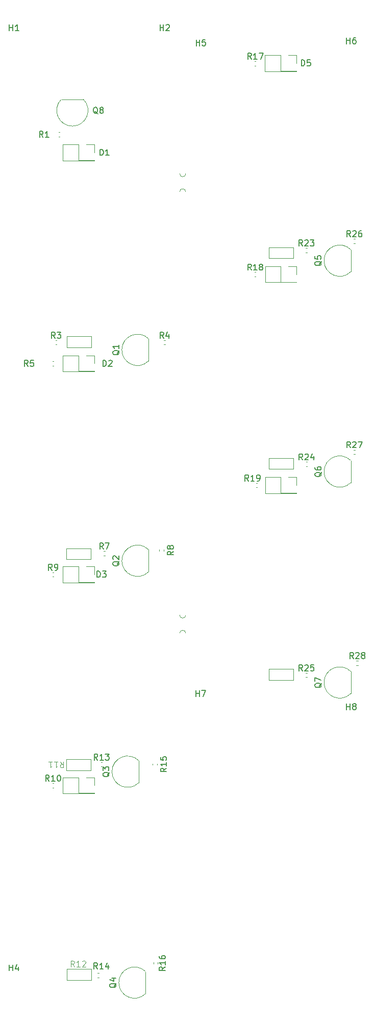
<source format=gbr>
%TF.GenerationSoftware,KiCad,Pcbnew,8.0.8*%
%TF.CreationDate,2025-03-24T10:51:23+01:00*%
%TF.ProjectId,column,636f6c75-6d6e-42e6-9b69-6361645f7063,rev?*%
%TF.SameCoordinates,Original*%
%TF.FileFunction,Legend,Top*%
%TF.FilePolarity,Positive*%
%FSLAX46Y46*%
G04 Gerber Fmt 4.6, Leading zero omitted, Abs format (unit mm)*
G04 Created by KiCad (PCBNEW 8.0.8) date 2025-03-24 10:51:23*
%MOMM*%
%LPD*%
G01*
G04 APERTURE LIST*
%ADD10C,0.150000*%
%ADD11C,0.100000*%
%ADD12C,0.120000*%
G04 APERTURE END LIST*
D10*
X51454819Y-101166666D02*
X50978628Y-101499999D01*
X51454819Y-101738094D02*
X50454819Y-101738094D01*
X50454819Y-101738094D02*
X50454819Y-101357142D01*
X50454819Y-101357142D02*
X50502438Y-101261904D01*
X50502438Y-101261904D02*
X50550057Y-101214285D01*
X50550057Y-101214285D02*
X50645295Y-101166666D01*
X50645295Y-101166666D02*
X50788152Y-101166666D01*
X50788152Y-101166666D02*
X50883390Y-101214285D01*
X50883390Y-101214285D02*
X50931009Y-101261904D01*
X50931009Y-101261904D02*
X50978628Y-101357142D01*
X50978628Y-101357142D02*
X50978628Y-101738094D01*
X50883390Y-100595237D02*
X50835771Y-100690475D01*
X50835771Y-100690475D02*
X50788152Y-100738094D01*
X50788152Y-100738094D02*
X50692914Y-100785713D01*
X50692914Y-100785713D02*
X50645295Y-100785713D01*
X50645295Y-100785713D02*
X50550057Y-100738094D01*
X50550057Y-100738094D02*
X50502438Y-100690475D01*
X50502438Y-100690475D02*
X50454819Y-100595237D01*
X50454819Y-100595237D02*
X50454819Y-100404761D01*
X50454819Y-100404761D02*
X50502438Y-100309523D01*
X50502438Y-100309523D02*
X50550057Y-100261904D01*
X50550057Y-100261904D02*
X50645295Y-100214285D01*
X50645295Y-100214285D02*
X50692914Y-100214285D01*
X50692914Y-100214285D02*
X50788152Y-100261904D01*
X50788152Y-100261904D02*
X50835771Y-100309523D01*
X50835771Y-100309523D02*
X50883390Y-100404761D01*
X50883390Y-100404761D02*
X50883390Y-100595237D01*
X50883390Y-100595237D02*
X50931009Y-100690475D01*
X50931009Y-100690475D02*
X50978628Y-100738094D01*
X50978628Y-100738094D02*
X51073866Y-100785713D01*
X51073866Y-100785713D02*
X51264342Y-100785713D01*
X51264342Y-100785713D02*
X51359580Y-100738094D01*
X51359580Y-100738094D02*
X51407200Y-100690475D01*
X51407200Y-100690475D02*
X51454819Y-100595237D01*
X51454819Y-100595237D02*
X51454819Y-100404761D01*
X51454819Y-100404761D02*
X51407200Y-100309523D01*
X51407200Y-100309523D02*
X51359580Y-100261904D01*
X51359580Y-100261904D02*
X51264342Y-100214285D01*
X51264342Y-100214285D02*
X51073866Y-100214285D01*
X51073866Y-100214285D02*
X50978628Y-100261904D01*
X50978628Y-100261904D02*
X50931009Y-100309523D01*
X50931009Y-100309523D02*
X50883390Y-100404761D01*
X76040057Y-88025238D02*
X75992438Y-88120476D01*
X75992438Y-88120476D02*
X75897200Y-88215714D01*
X75897200Y-88215714D02*
X75754342Y-88358571D01*
X75754342Y-88358571D02*
X75706723Y-88453809D01*
X75706723Y-88453809D02*
X75706723Y-88549047D01*
X75944819Y-88501428D02*
X75897200Y-88596666D01*
X75897200Y-88596666D02*
X75801961Y-88691904D01*
X75801961Y-88691904D02*
X75611485Y-88739523D01*
X75611485Y-88739523D02*
X75278152Y-88739523D01*
X75278152Y-88739523D02*
X75087676Y-88691904D01*
X75087676Y-88691904D02*
X74992438Y-88596666D01*
X74992438Y-88596666D02*
X74944819Y-88501428D01*
X74944819Y-88501428D02*
X74944819Y-88310952D01*
X74944819Y-88310952D02*
X74992438Y-88215714D01*
X74992438Y-88215714D02*
X75087676Y-88120476D01*
X75087676Y-88120476D02*
X75278152Y-88072857D01*
X75278152Y-88072857D02*
X75611485Y-88072857D01*
X75611485Y-88072857D02*
X75801961Y-88120476D01*
X75801961Y-88120476D02*
X75897200Y-88215714D01*
X75897200Y-88215714D02*
X75944819Y-88310952D01*
X75944819Y-88310952D02*
X75944819Y-88501428D01*
X74944819Y-87215714D02*
X74944819Y-87406190D01*
X74944819Y-87406190D02*
X74992438Y-87501428D01*
X74992438Y-87501428D02*
X75040057Y-87549047D01*
X75040057Y-87549047D02*
X75182914Y-87644285D01*
X75182914Y-87644285D02*
X75373390Y-87691904D01*
X75373390Y-87691904D02*
X75754342Y-87691904D01*
X75754342Y-87691904D02*
X75849580Y-87644285D01*
X75849580Y-87644285D02*
X75897200Y-87596666D01*
X75897200Y-87596666D02*
X75944819Y-87501428D01*
X75944819Y-87501428D02*
X75944819Y-87310952D01*
X75944819Y-87310952D02*
X75897200Y-87215714D01*
X75897200Y-87215714D02*
X75849580Y-87168095D01*
X75849580Y-87168095D02*
X75754342Y-87120476D01*
X75754342Y-87120476D02*
X75516247Y-87120476D01*
X75516247Y-87120476D02*
X75421009Y-87168095D01*
X75421009Y-87168095D02*
X75373390Y-87215714D01*
X75373390Y-87215714D02*
X75325771Y-87310952D01*
X75325771Y-87310952D02*
X75325771Y-87501428D01*
X75325771Y-87501428D02*
X75373390Y-87596666D01*
X75373390Y-87596666D02*
X75421009Y-87644285D01*
X75421009Y-87644285D02*
X75516247Y-87691904D01*
X76040057Y-53025238D02*
X75992438Y-53120476D01*
X75992438Y-53120476D02*
X75897200Y-53215714D01*
X75897200Y-53215714D02*
X75754342Y-53358571D01*
X75754342Y-53358571D02*
X75706723Y-53453809D01*
X75706723Y-53453809D02*
X75706723Y-53549047D01*
X75944819Y-53501428D02*
X75897200Y-53596666D01*
X75897200Y-53596666D02*
X75801961Y-53691904D01*
X75801961Y-53691904D02*
X75611485Y-53739523D01*
X75611485Y-53739523D02*
X75278152Y-53739523D01*
X75278152Y-53739523D02*
X75087676Y-53691904D01*
X75087676Y-53691904D02*
X74992438Y-53596666D01*
X74992438Y-53596666D02*
X74944819Y-53501428D01*
X74944819Y-53501428D02*
X74944819Y-53310952D01*
X74944819Y-53310952D02*
X74992438Y-53215714D01*
X74992438Y-53215714D02*
X75087676Y-53120476D01*
X75087676Y-53120476D02*
X75278152Y-53072857D01*
X75278152Y-53072857D02*
X75611485Y-53072857D01*
X75611485Y-53072857D02*
X75801961Y-53120476D01*
X75801961Y-53120476D02*
X75897200Y-53215714D01*
X75897200Y-53215714D02*
X75944819Y-53310952D01*
X75944819Y-53310952D02*
X75944819Y-53501428D01*
X74944819Y-52168095D02*
X74944819Y-52644285D01*
X74944819Y-52644285D02*
X75421009Y-52691904D01*
X75421009Y-52691904D02*
X75373390Y-52644285D01*
X75373390Y-52644285D02*
X75325771Y-52549047D01*
X75325771Y-52549047D02*
X75325771Y-52310952D01*
X75325771Y-52310952D02*
X75373390Y-52215714D01*
X75373390Y-52215714D02*
X75421009Y-52168095D01*
X75421009Y-52168095D02*
X75516247Y-52120476D01*
X75516247Y-52120476D02*
X75754342Y-52120476D01*
X75754342Y-52120476D02*
X75849580Y-52168095D01*
X75849580Y-52168095D02*
X75897200Y-52215714D01*
X75897200Y-52215714D02*
X75944819Y-52310952D01*
X75944819Y-52310952D02*
X75944819Y-52549047D01*
X75944819Y-52549047D02*
X75897200Y-52644285D01*
X75897200Y-52644285D02*
X75849580Y-52691904D01*
X24238095Y-170754819D02*
X24238095Y-169754819D01*
X24238095Y-170231009D02*
X24809523Y-170231009D01*
X24809523Y-170754819D02*
X24809523Y-169754819D01*
X25714285Y-170088152D02*
X25714285Y-170754819D01*
X25476190Y-169707200D02*
X25238095Y-170421485D01*
X25238095Y-170421485D02*
X25857142Y-170421485D01*
X42490057Y-67825238D02*
X42442438Y-67920476D01*
X42442438Y-67920476D02*
X42347200Y-68015714D01*
X42347200Y-68015714D02*
X42204342Y-68158571D01*
X42204342Y-68158571D02*
X42156723Y-68253809D01*
X42156723Y-68253809D02*
X42156723Y-68349047D01*
X42394819Y-68301428D02*
X42347200Y-68396666D01*
X42347200Y-68396666D02*
X42251961Y-68491904D01*
X42251961Y-68491904D02*
X42061485Y-68539523D01*
X42061485Y-68539523D02*
X41728152Y-68539523D01*
X41728152Y-68539523D02*
X41537676Y-68491904D01*
X41537676Y-68491904D02*
X41442438Y-68396666D01*
X41442438Y-68396666D02*
X41394819Y-68301428D01*
X41394819Y-68301428D02*
X41394819Y-68110952D01*
X41394819Y-68110952D02*
X41442438Y-68015714D01*
X41442438Y-68015714D02*
X41537676Y-67920476D01*
X41537676Y-67920476D02*
X41728152Y-67872857D01*
X41728152Y-67872857D02*
X42061485Y-67872857D01*
X42061485Y-67872857D02*
X42251961Y-67920476D01*
X42251961Y-67920476D02*
X42347200Y-68015714D01*
X42347200Y-68015714D02*
X42394819Y-68110952D01*
X42394819Y-68110952D02*
X42394819Y-68301428D01*
X42394819Y-66920476D02*
X42394819Y-67491904D01*
X42394819Y-67206190D02*
X41394819Y-67206190D01*
X41394819Y-67206190D02*
X41537676Y-67301428D01*
X41537676Y-67301428D02*
X41632914Y-67396666D01*
X41632914Y-67396666D02*
X41680533Y-67491904D01*
X76040057Y-123025238D02*
X75992438Y-123120476D01*
X75992438Y-123120476D02*
X75897200Y-123215714D01*
X75897200Y-123215714D02*
X75754342Y-123358571D01*
X75754342Y-123358571D02*
X75706723Y-123453809D01*
X75706723Y-123453809D02*
X75706723Y-123549047D01*
X75944819Y-123501428D02*
X75897200Y-123596666D01*
X75897200Y-123596666D02*
X75801961Y-123691904D01*
X75801961Y-123691904D02*
X75611485Y-123739523D01*
X75611485Y-123739523D02*
X75278152Y-123739523D01*
X75278152Y-123739523D02*
X75087676Y-123691904D01*
X75087676Y-123691904D02*
X74992438Y-123596666D01*
X74992438Y-123596666D02*
X74944819Y-123501428D01*
X74944819Y-123501428D02*
X74944819Y-123310952D01*
X74944819Y-123310952D02*
X74992438Y-123215714D01*
X74992438Y-123215714D02*
X75087676Y-123120476D01*
X75087676Y-123120476D02*
X75278152Y-123072857D01*
X75278152Y-123072857D02*
X75611485Y-123072857D01*
X75611485Y-123072857D02*
X75801961Y-123120476D01*
X75801961Y-123120476D02*
X75897200Y-123215714D01*
X75897200Y-123215714D02*
X75944819Y-123310952D01*
X75944819Y-123310952D02*
X75944819Y-123501428D01*
X74944819Y-122739523D02*
X74944819Y-122072857D01*
X74944819Y-122072857D02*
X75944819Y-122501428D01*
X64387142Y-19494819D02*
X64053809Y-19018628D01*
X63815714Y-19494819D02*
X63815714Y-18494819D01*
X63815714Y-18494819D02*
X64196666Y-18494819D01*
X64196666Y-18494819D02*
X64291904Y-18542438D01*
X64291904Y-18542438D02*
X64339523Y-18590057D01*
X64339523Y-18590057D02*
X64387142Y-18685295D01*
X64387142Y-18685295D02*
X64387142Y-18828152D01*
X64387142Y-18828152D02*
X64339523Y-18923390D01*
X64339523Y-18923390D02*
X64291904Y-18971009D01*
X64291904Y-18971009D02*
X64196666Y-19018628D01*
X64196666Y-19018628D02*
X63815714Y-19018628D01*
X65339523Y-19494819D02*
X64768095Y-19494819D01*
X65053809Y-19494819D02*
X65053809Y-18494819D01*
X65053809Y-18494819D02*
X64958571Y-18637676D01*
X64958571Y-18637676D02*
X64863333Y-18732914D01*
X64863333Y-18732914D02*
X64768095Y-18780533D01*
X65672857Y-18494819D02*
X66339523Y-18494819D01*
X66339523Y-18494819D02*
X65910952Y-19494819D01*
D11*
X35007142Y-170107419D02*
X34673809Y-169631228D01*
X34435714Y-170107419D02*
X34435714Y-169107419D01*
X34435714Y-169107419D02*
X34816666Y-169107419D01*
X34816666Y-169107419D02*
X34911904Y-169155038D01*
X34911904Y-169155038D02*
X34959523Y-169202657D01*
X34959523Y-169202657D02*
X35007142Y-169297895D01*
X35007142Y-169297895D02*
X35007142Y-169440752D01*
X35007142Y-169440752D02*
X34959523Y-169535990D01*
X34959523Y-169535990D02*
X34911904Y-169583609D01*
X34911904Y-169583609D02*
X34816666Y-169631228D01*
X34816666Y-169631228D02*
X34435714Y-169631228D01*
X35959523Y-170107419D02*
X35388095Y-170107419D01*
X35673809Y-170107419D02*
X35673809Y-169107419D01*
X35673809Y-169107419D02*
X35578571Y-169250276D01*
X35578571Y-169250276D02*
X35483333Y-169345514D01*
X35483333Y-169345514D02*
X35388095Y-169393133D01*
X36340476Y-169202657D02*
X36388095Y-169155038D01*
X36388095Y-169155038D02*
X36483333Y-169107419D01*
X36483333Y-169107419D02*
X36721428Y-169107419D01*
X36721428Y-169107419D02*
X36816666Y-169155038D01*
X36816666Y-169155038D02*
X36864285Y-169202657D01*
X36864285Y-169202657D02*
X36911904Y-169297895D01*
X36911904Y-169297895D02*
X36911904Y-169393133D01*
X36911904Y-169393133D02*
X36864285Y-169535990D01*
X36864285Y-169535990D02*
X36292857Y-170107419D01*
X36292857Y-170107419D02*
X36911904Y-170107419D01*
D10*
X55195759Y-125254819D02*
X55195759Y-124254819D01*
X55195759Y-124731009D02*
X55767187Y-124731009D01*
X55767187Y-125254819D02*
X55767187Y-124254819D01*
X56148140Y-124254819D02*
X56814806Y-124254819D01*
X56814806Y-124254819D02*
X56386235Y-125254819D01*
X81332470Y-118959819D02*
X80999137Y-118483628D01*
X80761042Y-118959819D02*
X80761042Y-117959819D01*
X80761042Y-117959819D02*
X81141994Y-117959819D01*
X81141994Y-117959819D02*
X81237232Y-118007438D01*
X81237232Y-118007438D02*
X81284851Y-118055057D01*
X81284851Y-118055057D02*
X81332470Y-118150295D01*
X81332470Y-118150295D02*
X81332470Y-118293152D01*
X81332470Y-118293152D02*
X81284851Y-118388390D01*
X81284851Y-118388390D02*
X81237232Y-118436009D01*
X81237232Y-118436009D02*
X81141994Y-118483628D01*
X81141994Y-118483628D02*
X80761042Y-118483628D01*
X81713423Y-118055057D02*
X81761042Y-118007438D01*
X81761042Y-118007438D02*
X81856280Y-117959819D01*
X81856280Y-117959819D02*
X82094375Y-117959819D01*
X82094375Y-117959819D02*
X82189613Y-118007438D01*
X82189613Y-118007438D02*
X82237232Y-118055057D01*
X82237232Y-118055057D02*
X82284851Y-118150295D01*
X82284851Y-118150295D02*
X82284851Y-118245533D01*
X82284851Y-118245533D02*
X82237232Y-118388390D01*
X82237232Y-118388390D02*
X81665804Y-118959819D01*
X81665804Y-118959819D02*
X82284851Y-118959819D01*
X82856280Y-118388390D02*
X82761042Y-118340771D01*
X82761042Y-118340771D02*
X82713423Y-118293152D01*
X82713423Y-118293152D02*
X82665804Y-118197914D01*
X82665804Y-118197914D02*
X82665804Y-118150295D01*
X82665804Y-118150295D02*
X82713423Y-118055057D01*
X82713423Y-118055057D02*
X82761042Y-118007438D01*
X82761042Y-118007438D02*
X82856280Y-117959819D01*
X82856280Y-117959819D02*
X83046756Y-117959819D01*
X83046756Y-117959819D02*
X83141994Y-118007438D01*
X83141994Y-118007438D02*
X83189613Y-118055057D01*
X83189613Y-118055057D02*
X83237232Y-118150295D01*
X83237232Y-118150295D02*
X83237232Y-118197914D01*
X83237232Y-118197914D02*
X83189613Y-118293152D01*
X83189613Y-118293152D02*
X83141994Y-118340771D01*
X83141994Y-118340771D02*
X83046756Y-118388390D01*
X83046756Y-118388390D02*
X82856280Y-118388390D01*
X82856280Y-118388390D02*
X82761042Y-118436009D01*
X82761042Y-118436009D02*
X82713423Y-118483628D01*
X82713423Y-118483628D02*
X82665804Y-118578866D01*
X82665804Y-118578866D02*
X82665804Y-118769342D01*
X82665804Y-118769342D02*
X82713423Y-118864580D01*
X82713423Y-118864580D02*
X82761042Y-118912200D01*
X82761042Y-118912200D02*
X82856280Y-118959819D01*
X82856280Y-118959819D02*
X83046756Y-118959819D01*
X83046756Y-118959819D02*
X83141994Y-118912200D01*
X83141994Y-118912200D02*
X83189613Y-118864580D01*
X83189613Y-118864580D02*
X83237232Y-118769342D01*
X83237232Y-118769342D02*
X83237232Y-118578866D01*
X83237232Y-118578866D02*
X83189613Y-118483628D01*
X83189613Y-118483628D02*
X83141994Y-118436009D01*
X83141994Y-118436009D02*
X83046756Y-118388390D01*
X80842470Y-48969819D02*
X80509137Y-48493628D01*
X80271042Y-48969819D02*
X80271042Y-47969819D01*
X80271042Y-47969819D02*
X80651994Y-47969819D01*
X80651994Y-47969819D02*
X80747232Y-48017438D01*
X80747232Y-48017438D02*
X80794851Y-48065057D01*
X80794851Y-48065057D02*
X80842470Y-48160295D01*
X80842470Y-48160295D02*
X80842470Y-48303152D01*
X80842470Y-48303152D02*
X80794851Y-48398390D01*
X80794851Y-48398390D02*
X80747232Y-48446009D01*
X80747232Y-48446009D02*
X80651994Y-48493628D01*
X80651994Y-48493628D02*
X80271042Y-48493628D01*
X81223423Y-48065057D02*
X81271042Y-48017438D01*
X81271042Y-48017438D02*
X81366280Y-47969819D01*
X81366280Y-47969819D02*
X81604375Y-47969819D01*
X81604375Y-47969819D02*
X81699613Y-48017438D01*
X81699613Y-48017438D02*
X81747232Y-48065057D01*
X81747232Y-48065057D02*
X81794851Y-48160295D01*
X81794851Y-48160295D02*
X81794851Y-48255533D01*
X81794851Y-48255533D02*
X81747232Y-48398390D01*
X81747232Y-48398390D02*
X81175804Y-48969819D01*
X81175804Y-48969819D02*
X81794851Y-48969819D01*
X82651994Y-47969819D02*
X82461518Y-47969819D01*
X82461518Y-47969819D02*
X82366280Y-48017438D01*
X82366280Y-48017438D02*
X82318661Y-48065057D01*
X82318661Y-48065057D02*
X82223423Y-48207914D01*
X82223423Y-48207914D02*
X82175804Y-48398390D01*
X82175804Y-48398390D02*
X82175804Y-48779342D01*
X82175804Y-48779342D02*
X82223423Y-48874580D01*
X82223423Y-48874580D02*
X82271042Y-48922200D01*
X82271042Y-48922200D02*
X82366280Y-48969819D01*
X82366280Y-48969819D02*
X82556756Y-48969819D01*
X82556756Y-48969819D02*
X82651994Y-48922200D01*
X82651994Y-48922200D02*
X82699613Y-48874580D01*
X82699613Y-48874580D02*
X82747232Y-48779342D01*
X82747232Y-48779342D02*
X82747232Y-48541247D01*
X82747232Y-48541247D02*
X82699613Y-48446009D01*
X82699613Y-48446009D02*
X82651994Y-48398390D01*
X82651994Y-48398390D02*
X82556756Y-48350771D01*
X82556756Y-48350771D02*
X82366280Y-48350771D01*
X82366280Y-48350771D02*
X82271042Y-48398390D01*
X82271042Y-48398390D02*
X82223423Y-48446009D01*
X82223423Y-48446009D02*
X82175804Y-48541247D01*
X38857142Y-170454819D02*
X38523809Y-169978628D01*
X38285714Y-170454819D02*
X38285714Y-169454819D01*
X38285714Y-169454819D02*
X38666666Y-169454819D01*
X38666666Y-169454819D02*
X38761904Y-169502438D01*
X38761904Y-169502438D02*
X38809523Y-169550057D01*
X38809523Y-169550057D02*
X38857142Y-169645295D01*
X38857142Y-169645295D02*
X38857142Y-169788152D01*
X38857142Y-169788152D02*
X38809523Y-169883390D01*
X38809523Y-169883390D02*
X38761904Y-169931009D01*
X38761904Y-169931009D02*
X38666666Y-169978628D01*
X38666666Y-169978628D02*
X38285714Y-169978628D01*
X39809523Y-170454819D02*
X39238095Y-170454819D01*
X39523809Y-170454819D02*
X39523809Y-169454819D01*
X39523809Y-169454819D02*
X39428571Y-169597676D01*
X39428571Y-169597676D02*
X39333333Y-169692914D01*
X39333333Y-169692914D02*
X39238095Y-169740533D01*
X40666666Y-169788152D02*
X40666666Y-170454819D01*
X40428571Y-169407200D02*
X40190476Y-170121485D01*
X40190476Y-170121485D02*
X40809523Y-170121485D01*
X80822470Y-83969819D02*
X80489137Y-83493628D01*
X80251042Y-83969819D02*
X80251042Y-82969819D01*
X80251042Y-82969819D02*
X80631994Y-82969819D01*
X80631994Y-82969819D02*
X80727232Y-83017438D01*
X80727232Y-83017438D02*
X80774851Y-83065057D01*
X80774851Y-83065057D02*
X80822470Y-83160295D01*
X80822470Y-83160295D02*
X80822470Y-83303152D01*
X80822470Y-83303152D02*
X80774851Y-83398390D01*
X80774851Y-83398390D02*
X80727232Y-83446009D01*
X80727232Y-83446009D02*
X80631994Y-83493628D01*
X80631994Y-83493628D02*
X80251042Y-83493628D01*
X81203423Y-83065057D02*
X81251042Y-83017438D01*
X81251042Y-83017438D02*
X81346280Y-82969819D01*
X81346280Y-82969819D02*
X81584375Y-82969819D01*
X81584375Y-82969819D02*
X81679613Y-83017438D01*
X81679613Y-83017438D02*
X81727232Y-83065057D01*
X81727232Y-83065057D02*
X81774851Y-83160295D01*
X81774851Y-83160295D02*
X81774851Y-83255533D01*
X81774851Y-83255533D02*
X81727232Y-83398390D01*
X81727232Y-83398390D02*
X81155804Y-83969819D01*
X81155804Y-83969819D02*
X81774851Y-83969819D01*
X82108185Y-82969819D02*
X82774851Y-82969819D01*
X82774851Y-82969819D02*
X82346280Y-83969819D01*
X27333333Y-70454819D02*
X27000000Y-69978628D01*
X26761905Y-70454819D02*
X26761905Y-69454819D01*
X26761905Y-69454819D02*
X27142857Y-69454819D01*
X27142857Y-69454819D02*
X27238095Y-69502438D01*
X27238095Y-69502438D02*
X27285714Y-69550057D01*
X27285714Y-69550057D02*
X27333333Y-69645295D01*
X27333333Y-69645295D02*
X27333333Y-69788152D01*
X27333333Y-69788152D02*
X27285714Y-69883390D01*
X27285714Y-69883390D02*
X27238095Y-69931009D01*
X27238095Y-69931009D02*
X27142857Y-69978628D01*
X27142857Y-69978628D02*
X26761905Y-69978628D01*
X28238095Y-69454819D02*
X27761905Y-69454819D01*
X27761905Y-69454819D02*
X27714286Y-69931009D01*
X27714286Y-69931009D02*
X27761905Y-69883390D01*
X27761905Y-69883390D02*
X27857143Y-69835771D01*
X27857143Y-69835771D02*
X28095238Y-69835771D01*
X28095238Y-69835771D02*
X28190476Y-69883390D01*
X28190476Y-69883390D02*
X28238095Y-69931009D01*
X28238095Y-69931009D02*
X28285714Y-70026247D01*
X28285714Y-70026247D02*
X28285714Y-70264342D01*
X28285714Y-70264342D02*
X28238095Y-70359580D01*
X28238095Y-70359580D02*
X28190476Y-70407200D01*
X28190476Y-70407200D02*
X28095238Y-70454819D01*
X28095238Y-70454819D02*
X27857143Y-70454819D01*
X27857143Y-70454819D02*
X27761905Y-70407200D01*
X27761905Y-70407200D02*
X27714286Y-70359580D01*
X38877142Y-135794819D02*
X38543809Y-135318628D01*
X38305714Y-135794819D02*
X38305714Y-134794819D01*
X38305714Y-134794819D02*
X38686666Y-134794819D01*
X38686666Y-134794819D02*
X38781904Y-134842438D01*
X38781904Y-134842438D02*
X38829523Y-134890057D01*
X38829523Y-134890057D02*
X38877142Y-134985295D01*
X38877142Y-134985295D02*
X38877142Y-135128152D01*
X38877142Y-135128152D02*
X38829523Y-135223390D01*
X38829523Y-135223390D02*
X38781904Y-135271009D01*
X38781904Y-135271009D02*
X38686666Y-135318628D01*
X38686666Y-135318628D02*
X38305714Y-135318628D01*
X39829523Y-135794819D02*
X39258095Y-135794819D01*
X39543809Y-135794819D02*
X39543809Y-134794819D01*
X39543809Y-134794819D02*
X39448571Y-134937676D01*
X39448571Y-134937676D02*
X39353333Y-135032914D01*
X39353333Y-135032914D02*
X39258095Y-135080533D01*
X40162857Y-134794819D02*
X40781904Y-134794819D01*
X40781904Y-134794819D02*
X40448571Y-135175771D01*
X40448571Y-135175771D02*
X40591428Y-135175771D01*
X40591428Y-135175771D02*
X40686666Y-135223390D01*
X40686666Y-135223390D02*
X40734285Y-135271009D01*
X40734285Y-135271009D02*
X40781904Y-135366247D01*
X40781904Y-135366247D02*
X40781904Y-135604342D01*
X40781904Y-135604342D02*
X40734285Y-135699580D01*
X40734285Y-135699580D02*
X40686666Y-135747200D01*
X40686666Y-135747200D02*
X40591428Y-135794819D01*
X40591428Y-135794819D02*
X40305714Y-135794819D01*
X40305714Y-135794819D02*
X40210476Y-135747200D01*
X40210476Y-135747200D02*
X40162857Y-135699580D01*
X41990057Y-172825238D02*
X41942438Y-172920476D01*
X41942438Y-172920476D02*
X41847200Y-173015714D01*
X41847200Y-173015714D02*
X41704342Y-173158571D01*
X41704342Y-173158571D02*
X41656723Y-173253809D01*
X41656723Y-173253809D02*
X41656723Y-173349047D01*
X41894819Y-173301428D02*
X41847200Y-173396666D01*
X41847200Y-173396666D02*
X41751961Y-173491904D01*
X41751961Y-173491904D02*
X41561485Y-173539523D01*
X41561485Y-173539523D02*
X41228152Y-173539523D01*
X41228152Y-173539523D02*
X41037676Y-173491904D01*
X41037676Y-173491904D02*
X40942438Y-173396666D01*
X40942438Y-173396666D02*
X40894819Y-173301428D01*
X40894819Y-173301428D02*
X40894819Y-173110952D01*
X40894819Y-173110952D02*
X40942438Y-173015714D01*
X40942438Y-173015714D02*
X41037676Y-172920476D01*
X41037676Y-172920476D02*
X41228152Y-172872857D01*
X41228152Y-172872857D02*
X41561485Y-172872857D01*
X41561485Y-172872857D02*
X41751961Y-172920476D01*
X41751961Y-172920476D02*
X41847200Y-173015714D01*
X41847200Y-173015714D02*
X41894819Y-173110952D01*
X41894819Y-173110952D02*
X41894819Y-173301428D01*
X41228152Y-172015714D02*
X41894819Y-172015714D01*
X40847200Y-172253809D02*
X41561485Y-172491904D01*
X41561485Y-172491904D02*
X41561485Y-171872857D01*
X72907142Y-85994819D02*
X72573809Y-85518628D01*
X72335714Y-85994819D02*
X72335714Y-84994819D01*
X72335714Y-84994819D02*
X72716666Y-84994819D01*
X72716666Y-84994819D02*
X72811904Y-85042438D01*
X72811904Y-85042438D02*
X72859523Y-85090057D01*
X72859523Y-85090057D02*
X72907142Y-85185295D01*
X72907142Y-85185295D02*
X72907142Y-85328152D01*
X72907142Y-85328152D02*
X72859523Y-85423390D01*
X72859523Y-85423390D02*
X72811904Y-85471009D01*
X72811904Y-85471009D02*
X72716666Y-85518628D01*
X72716666Y-85518628D02*
X72335714Y-85518628D01*
X73288095Y-85090057D02*
X73335714Y-85042438D01*
X73335714Y-85042438D02*
X73430952Y-84994819D01*
X73430952Y-84994819D02*
X73669047Y-84994819D01*
X73669047Y-84994819D02*
X73764285Y-85042438D01*
X73764285Y-85042438D02*
X73811904Y-85090057D01*
X73811904Y-85090057D02*
X73859523Y-85185295D01*
X73859523Y-85185295D02*
X73859523Y-85280533D01*
X73859523Y-85280533D02*
X73811904Y-85423390D01*
X73811904Y-85423390D02*
X73240476Y-85994819D01*
X73240476Y-85994819D02*
X73859523Y-85994819D01*
X74716666Y-85328152D02*
X74716666Y-85994819D01*
X74478571Y-84947200D02*
X74240476Y-85661485D01*
X74240476Y-85661485D02*
X74859523Y-85661485D01*
X80203423Y-127429819D02*
X80203423Y-126429819D01*
X80203423Y-126906009D02*
X80774851Y-126906009D01*
X80774851Y-127429819D02*
X80774851Y-126429819D01*
X81393899Y-126858390D02*
X81298661Y-126810771D01*
X81298661Y-126810771D02*
X81251042Y-126763152D01*
X81251042Y-126763152D02*
X81203423Y-126667914D01*
X81203423Y-126667914D02*
X81203423Y-126620295D01*
X81203423Y-126620295D02*
X81251042Y-126525057D01*
X81251042Y-126525057D02*
X81298661Y-126477438D01*
X81298661Y-126477438D02*
X81393899Y-126429819D01*
X81393899Y-126429819D02*
X81584375Y-126429819D01*
X81584375Y-126429819D02*
X81679613Y-126477438D01*
X81679613Y-126477438D02*
X81727232Y-126525057D01*
X81727232Y-126525057D02*
X81774851Y-126620295D01*
X81774851Y-126620295D02*
X81774851Y-126667914D01*
X81774851Y-126667914D02*
X81727232Y-126763152D01*
X81727232Y-126763152D02*
X81679613Y-126810771D01*
X81679613Y-126810771D02*
X81584375Y-126858390D01*
X81584375Y-126858390D02*
X81393899Y-126858390D01*
X81393899Y-126858390D02*
X81298661Y-126906009D01*
X81298661Y-126906009D02*
X81251042Y-126953628D01*
X81251042Y-126953628D02*
X81203423Y-127048866D01*
X81203423Y-127048866D02*
X81203423Y-127239342D01*
X81203423Y-127239342D02*
X81251042Y-127334580D01*
X81251042Y-127334580D02*
X81298661Y-127382200D01*
X81298661Y-127382200D02*
X81393899Y-127429819D01*
X81393899Y-127429819D02*
X81584375Y-127429819D01*
X81584375Y-127429819D02*
X81679613Y-127382200D01*
X81679613Y-127382200D02*
X81727232Y-127334580D01*
X81727232Y-127334580D02*
X81774851Y-127239342D01*
X81774851Y-127239342D02*
X81774851Y-127048866D01*
X81774851Y-127048866D02*
X81727232Y-126953628D01*
X81727232Y-126953628D02*
X81679613Y-126906009D01*
X81679613Y-126906009D02*
X81584375Y-126858390D01*
X31333333Y-104294819D02*
X31000000Y-103818628D01*
X30761905Y-104294819D02*
X30761905Y-103294819D01*
X30761905Y-103294819D02*
X31142857Y-103294819D01*
X31142857Y-103294819D02*
X31238095Y-103342438D01*
X31238095Y-103342438D02*
X31285714Y-103390057D01*
X31285714Y-103390057D02*
X31333333Y-103485295D01*
X31333333Y-103485295D02*
X31333333Y-103628152D01*
X31333333Y-103628152D02*
X31285714Y-103723390D01*
X31285714Y-103723390D02*
X31238095Y-103771009D01*
X31238095Y-103771009D02*
X31142857Y-103818628D01*
X31142857Y-103818628D02*
X30761905Y-103818628D01*
X31809524Y-104294819D02*
X32000000Y-104294819D01*
X32000000Y-104294819D02*
X32095238Y-104247200D01*
X32095238Y-104247200D02*
X32142857Y-104199580D01*
X32142857Y-104199580D02*
X32238095Y-104056723D01*
X32238095Y-104056723D02*
X32285714Y-103866247D01*
X32285714Y-103866247D02*
X32285714Y-103485295D01*
X32285714Y-103485295D02*
X32238095Y-103390057D01*
X32238095Y-103390057D02*
X32190476Y-103342438D01*
X32190476Y-103342438D02*
X32095238Y-103294819D01*
X32095238Y-103294819D02*
X31904762Y-103294819D01*
X31904762Y-103294819D02*
X31809524Y-103342438D01*
X31809524Y-103342438D02*
X31761905Y-103390057D01*
X31761905Y-103390057D02*
X31714286Y-103485295D01*
X31714286Y-103485295D02*
X31714286Y-103723390D01*
X31714286Y-103723390D02*
X31761905Y-103818628D01*
X31761905Y-103818628D02*
X31809524Y-103866247D01*
X31809524Y-103866247D02*
X31904762Y-103913866D01*
X31904762Y-103913866D02*
X32095238Y-103913866D01*
X32095238Y-103913866D02*
X32190476Y-103866247D01*
X32190476Y-103866247D02*
X32238095Y-103818628D01*
X32238095Y-103818628D02*
X32285714Y-103723390D01*
X49238095Y-14754819D02*
X49238095Y-13754819D01*
X49238095Y-14231009D02*
X49809523Y-14231009D01*
X49809523Y-14754819D02*
X49809523Y-13754819D01*
X50238095Y-13850057D02*
X50285714Y-13802438D01*
X50285714Y-13802438D02*
X50380952Y-13754819D01*
X50380952Y-13754819D02*
X50619047Y-13754819D01*
X50619047Y-13754819D02*
X50714285Y-13802438D01*
X50714285Y-13802438D02*
X50761904Y-13850057D01*
X50761904Y-13850057D02*
X50809523Y-13945295D01*
X50809523Y-13945295D02*
X50809523Y-14040533D01*
X50809523Y-14040533D02*
X50761904Y-14183390D01*
X50761904Y-14183390D02*
X50190476Y-14754819D01*
X50190476Y-14754819D02*
X50809523Y-14754819D01*
X38904761Y-28550057D02*
X38809523Y-28502438D01*
X38809523Y-28502438D02*
X38714285Y-28407200D01*
X38714285Y-28407200D02*
X38571428Y-28264342D01*
X38571428Y-28264342D02*
X38476190Y-28216723D01*
X38476190Y-28216723D02*
X38380952Y-28216723D01*
X38428571Y-28454819D02*
X38333333Y-28407200D01*
X38333333Y-28407200D02*
X38238095Y-28311961D01*
X38238095Y-28311961D02*
X38190476Y-28121485D01*
X38190476Y-28121485D02*
X38190476Y-27788152D01*
X38190476Y-27788152D02*
X38238095Y-27597676D01*
X38238095Y-27597676D02*
X38333333Y-27502438D01*
X38333333Y-27502438D02*
X38428571Y-27454819D01*
X38428571Y-27454819D02*
X38619047Y-27454819D01*
X38619047Y-27454819D02*
X38714285Y-27502438D01*
X38714285Y-27502438D02*
X38809523Y-27597676D01*
X38809523Y-27597676D02*
X38857142Y-27788152D01*
X38857142Y-27788152D02*
X38857142Y-28121485D01*
X38857142Y-28121485D02*
X38809523Y-28311961D01*
X38809523Y-28311961D02*
X38714285Y-28407200D01*
X38714285Y-28407200D02*
X38619047Y-28454819D01*
X38619047Y-28454819D02*
X38428571Y-28454819D01*
X39428571Y-27883390D02*
X39333333Y-27835771D01*
X39333333Y-27835771D02*
X39285714Y-27788152D01*
X39285714Y-27788152D02*
X39238095Y-27692914D01*
X39238095Y-27692914D02*
X39238095Y-27645295D01*
X39238095Y-27645295D02*
X39285714Y-27550057D01*
X39285714Y-27550057D02*
X39333333Y-27502438D01*
X39333333Y-27502438D02*
X39428571Y-27454819D01*
X39428571Y-27454819D02*
X39619047Y-27454819D01*
X39619047Y-27454819D02*
X39714285Y-27502438D01*
X39714285Y-27502438D02*
X39761904Y-27550057D01*
X39761904Y-27550057D02*
X39809523Y-27645295D01*
X39809523Y-27645295D02*
X39809523Y-27692914D01*
X39809523Y-27692914D02*
X39761904Y-27788152D01*
X39761904Y-27788152D02*
X39714285Y-27835771D01*
X39714285Y-27835771D02*
X39619047Y-27883390D01*
X39619047Y-27883390D02*
X39428571Y-27883390D01*
X39428571Y-27883390D02*
X39333333Y-27931009D01*
X39333333Y-27931009D02*
X39285714Y-27978628D01*
X39285714Y-27978628D02*
X39238095Y-28073866D01*
X39238095Y-28073866D02*
X39238095Y-28264342D01*
X39238095Y-28264342D02*
X39285714Y-28359580D01*
X39285714Y-28359580D02*
X39333333Y-28407200D01*
X39333333Y-28407200D02*
X39428571Y-28454819D01*
X39428571Y-28454819D02*
X39619047Y-28454819D01*
X39619047Y-28454819D02*
X39714285Y-28407200D01*
X39714285Y-28407200D02*
X39761904Y-28359580D01*
X39761904Y-28359580D02*
X39809523Y-28264342D01*
X39809523Y-28264342D02*
X39809523Y-28073866D01*
X39809523Y-28073866D02*
X39761904Y-27978628D01*
X39761904Y-27978628D02*
X39714285Y-27931009D01*
X39714285Y-27931009D02*
X39619047Y-27883390D01*
X40850057Y-137825238D02*
X40802438Y-137920476D01*
X40802438Y-137920476D02*
X40707200Y-138015714D01*
X40707200Y-138015714D02*
X40564342Y-138158571D01*
X40564342Y-138158571D02*
X40516723Y-138253809D01*
X40516723Y-138253809D02*
X40516723Y-138349047D01*
X40754819Y-138301428D02*
X40707200Y-138396666D01*
X40707200Y-138396666D02*
X40611961Y-138491904D01*
X40611961Y-138491904D02*
X40421485Y-138539523D01*
X40421485Y-138539523D02*
X40088152Y-138539523D01*
X40088152Y-138539523D02*
X39897676Y-138491904D01*
X39897676Y-138491904D02*
X39802438Y-138396666D01*
X39802438Y-138396666D02*
X39754819Y-138301428D01*
X39754819Y-138301428D02*
X39754819Y-138110952D01*
X39754819Y-138110952D02*
X39802438Y-138015714D01*
X39802438Y-138015714D02*
X39897676Y-137920476D01*
X39897676Y-137920476D02*
X40088152Y-137872857D01*
X40088152Y-137872857D02*
X40421485Y-137872857D01*
X40421485Y-137872857D02*
X40611961Y-137920476D01*
X40611961Y-137920476D02*
X40707200Y-138015714D01*
X40707200Y-138015714D02*
X40754819Y-138110952D01*
X40754819Y-138110952D02*
X40754819Y-138301428D01*
X39754819Y-137539523D02*
X39754819Y-136920476D01*
X39754819Y-136920476D02*
X40135771Y-137253809D01*
X40135771Y-137253809D02*
X40135771Y-137110952D01*
X40135771Y-137110952D02*
X40183390Y-137015714D01*
X40183390Y-137015714D02*
X40231009Y-136968095D01*
X40231009Y-136968095D02*
X40326247Y-136920476D01*
X40326247Y-136920476D02*
X40564342Y-136920476D01*
X40564342Y-136920476D02*
X40659580Y-136968095D01*
X40659580Y-136968095D02*
X40707200Y-137015714D01*
X40707200Y-137015714D02*
X40754819Y-137110952D01*
X40754819Y-137110952D02*
X40754819Y-137396666D01*
X40754819Y-137396666D02*
X40707200Y-137491904D01*
X40707200Y-137491904D02*
X40659580Y-137539523D01*
X30837142Y-139294819D02*
X30503809Y-138818628D01*
X30265714Y-139294819D02*
X30265714Y-138294819D01*
X30265714Y-138294819D02*
X30646666Y-138294819D01*
X30646666Y-138294819D02*
X30741904Y-138342438D01*
X30741904Y-138342438D02*
X30789523Y-138390057D01*
X30789523Y-138390057D02*
X30837142Y-138485295D01*
X30837142Y-138485295D02*
X30837142Y-138628152D01*
X30837142Y-138628152D02*
X30789523Y-138723390D01*
X30789523Y-138723390D02*
X30741904Y-138771009D01*
X30741904Y-138771009D02*
X30646666Y-138818628D01*
X30646666Y-138818628D02*
X30265714Y-138818628D01*
X31789523Y-139294819D02*
X31218095Y-139294819D01*
X31503809Y-139294819D02*
X31503809Y-138294819D01*
X31503809Y-138294819D02*
X31408571Y-138437676D01*
X31408571Y-138437676D02*
X31313333Y-138532914D01*
X31313333Y-138532914D02*
X31218095Y-138580533D01*
X32408571Y-138294819D02*
X32503809Y-138294819D01*
X32503809Y-138294819D02*
X32599047Y-138342438D01*
X32599047Y-138342438D02*
X32646666Y-138390057D01*
X32646666Y-138390057D02*
X32694285Y-138485295D01*
X32694285Y-138485295D02*
X32741904Y-138675771D01*
X32741904Y-138675771D02*
X32741904Y-138913866D01*
X32741904Y-138913866D02*
X32694285Y-139104342D01*
X32694285Y-139104342D02*
X32646666Y-139199580D01*
X32646666Y-139199580D02*
X32599047Y-139247200D01*
X32599047Y-139247200D02*
X32503809Y-139294819D01*
X32503809Y-139294819D02*
X32408571Y-139294819D01*
X32408571Y-139294819D02*
X32313333Y-139247200D01*
X32313333Y-139247200D02*
X32265714Y-139199580D01*
X32265714Y-139199580D02*
X32218095Y-139104342D01*
X32218095Y-139104342D02*
X32170476Y-138913866D01*
X32170476Y-138913866D02*
X32170476Y-138675771D01*
X32170476Y-138675771D02*
X32218095Y-138485295D01*
X32218095Y-138485295D02*
X32265714Y-138390057D01*
X32265714Y-138390057D02*
X32313333Y-138342438D01*
X32313333Y-138342438D02*
X32408571Y-138294819D01*
X39761905Y-70454819D02*
X39761905Y-69454819D01*
X39761905Y-69454819D02*
X40000000Y-69454819D01*
X40000000Y-69454819D02*
X40142857Y-69502438D01*
X40142857Y-69502438D02*
X40238095Y-69597676D01*
X40238095Y-69597676D02*
X40285714Y-69692914D01*
X40285714Y-69692914D02*
X40333333Y-69883390D01*
X40333333Y-69883390D02*
X40333333Y-70026247D01*
X40333333Y-70026247D02*
X40285714Y-70216723D01*
X40285714Y-70216723D02*
X40238095Y-70311961D01*
X40238095Y-70311961D02*
X40142857Y-70407200D01*
X40142857Y-70407200D02*
X40000000Y-70454819D01*
X40000000Y-70454819D02*
X39761905Y-70454819D01*
X40714286Y-69550057D02*
X40761905Y-69502438D01*
X40761905Y-69502438D02*
X40857143Y-69454819D01*
X40857143Y-69454819D02*
X41095238Y-69454819D01*
X41095238Y-69454819D02*
X41190476Y-69502438D01*
X41190476Y-69502438D02*
X41238095Y-69550057D01*
X41238095Y-69550057D02*
X41285714Y-69645295D01*
X41285714Y-69645295D02*
X41285714Y-69740533D01*
X41285714Y-69740533D02*
X41238095Y-69883390D01*
X41238095Y-69883390D02*
X40666667Y-70454819D01*
X40666667Y-70454819D02*
X41285714Y-70454819D01*
X39261905Y-35454819D02*
X39261905Y-34454819D01*
X39261905Y-34454819D02*
X39500000Y-34454819D01*
X39500000Y-34454819D02*
X39642857Y-34502438D01*
X39642857Y-34502438D02*
X39738095Y-34597676D01*
X39738095Y-34597676D02*
X39785714Y-34692914D01*
X39785714Y-34692914D02*
X39833333Y-34883390D01*
X39833333Y-34883390D02*
X39833333Y-35026247D01*
X39833333Y-35026247D02*
X39785714Y-35216723D01*
X39785714Y-35216723D02*
X39738095Y-35311961D01*
X39738095Y-35311961D02*
X39642857Y-35407200D01*
X39642857Y-35407200D02*
X39500000Y-35454819D01*
X39500000Y-35454819D02*
X39261905Y-35454819D01*
X40785714Y-35454819D02*
X40214286Y-35454819D01*
X40500000Y-35454819D02*
X40500000Y-34454819D01*
X40500000Y-34454819D02*
X40404762Y-34597676D01*
X40404762Y-34597676D02*
X40309524Y-34692914D01*
X40309524Y-34692914D02*
X40214286Y-34740533D01*
X63927142Y-89494819D02*
X63593809Y-89018628D01*
X63355714Y-89494819D02*
X63355714Y-88494819D01*
X63355714Y-88494819D02*
X63736666Y-88494819D01*
X63736666Y-88494819D02*
X63831904Y-88542438D01*
X63831904Y-88542438D02*
X63879523Y-88590057D01*
X63879523Y-88590057D02*
X63927142Y-88685295D01*
X63927142Y-88685295D02*
X63927142Y-88828152D01*
X63927142Y-88828152D02*
X63879523Y-88923390D01*
X63879523Y-88923390D02*
X63831904Y-88971009D01*
X63831904Y-88971009D02*
X63736666Y-89018628D01*
X63736666Y-89018628D02*
X63355714Y-89018628D01*
X64879523Y-89494819D02*
X64308095Y-89494819D01*
X64593809Y-89494819D02*
X64593809Y-88494819D01*
X64593809Y-88494819D02*
X64498571Y-88637676D01*
X64498571Y-88637676D02*
X64403333Y-88732914D01*
X64403333Y-88732914D02*
X64308095Y-88780533D01*
X65355714Y-89494819D02*
X65546190Y-89494819D01*
X65546190Y-89494819D02*
X65641428Y-89447200D01*
X65641428Y-89447200D02*
X65689047Y-89399580D01*
X65689047Y-89399580D02*
X65784285Y-89256723D01*
X65784285Y-89256723D02*
X65831904Y-89066247D01*
X65831904Y-89066247D02*
X65831904Y-88685295D01*
X65831904Y-88685295D02*
X65784285Y-88590057D01*
X65784285Y-88590057D02*
X65736666Y-88542438D01*
X65736666Y-88542438D02*
X65641428Y-88494819D01*
X65641428Y-88494819D02*
X65450952Y-88494819D01*
X65450952Y-88494819D02*
X65355714Y-88542438D01*
X65355714Y-88542438D02*
X65308095Y-88590057D01*
X65308095Y-88590057D02*
X65260476Y-88685295D01*
X65260476Y-88685295D02*
X65260476Y-88923390D01*
X65260476Y-88923390D02*
X65308095Y-89018628D01*
X65308095Y-89018628D02*
X65355714Y-89066247D01*
X65355714Y-89066247D02*
X65450952Y-89113866D01*
X65450952Y-89113866D02*
X65641428Y-89113866D01*
X65641428Y-89113866D02*
X65736666Y-89066247D01*
X65736666Y-89066247D02*
X65784285Y-89018628D01*
X65784285Y-89018628D02*
X65831904Y-88923390D01*
X29833333Y-32454819D02*
X29500000Y-31978628D01*
X29261905Y-32454819D02*
X29261905Y-31454819D01*
X29261905Y-31454819D02*
X29642857Y-31454819D01*
X29642857Y-31454819D02*
X29738095Y-31502438D01*
X29738095Y-31502438D02*
X29785714Y-31550057D01*
X29785714Y-31550057D02*
X29833333Y-31645295D01*
X29833333Y-31645295D02*
X29833333Y-31788152D01*
X29833333Y-31788152D02*
X29785714Y-31883390D01*
X29785714Y-31883390D02*
X29738095Y-31931009D01*
X29738095Y-31931009D02*
X29642857Y-31978628D01*
X29642857Y-31978628D02*
X29261905Y-31978628D01*
X30785714Y-32454819D02*
X30214286Y-32454819D01*
X30500000Y-32454819D02*
X30500000Y-31454819D01*
X30500000Y-31454819D02*
X30404762Y-31597676D01*
X30404762Y-31597676D02*
X30309524Y-31692914D01*
X30309524Y-31692914D02*
X30214286Y-31740533D01*
X72684897Y-20604819D02*
X72684897Y-19604819D01*
X72684897Y-19604819D02*
X72922992Y-19604819D01*
X72922992Y-19604819D02*
X73065849Y-19652438D01*
X73065849Y-19652438D02*
X73161087Y-19747676D01*
X73161087Y-19747676D02*
X73208706Y-19842914D01*
X73208706Y-19842914D02*
X73256325Y-20033390D01*
X73256325Y-20033390D02*
X73256325Y-20176247D01*
X73256325Y-20176247D02*
X73208706Y-20366723D01*
X73208706Y-20366723D02*
X73161087Y-20461961D01*
X73161087Y-20461961D02*
X73065849Y-20557200D01*
X73065849Y-20557200D02*
X72922992Y-20604819D01*
X72922992Y-20604819D02*
X72684897Y-20604819D01*
X74161087Y-19604819D02*
X73684897Y-19604819D01*
X73684897Y-19604819D02*
X73637278Y-20081009D01*
X73637278Y-20081009D02*
X73684897Y-20033390D01*
X73684897Y-20033390D02*
X73780135Y-19985771D01*
X73780135Y-19985771D02*
X74018230Y-19985771D01*
X74018230Y-19985771D02*
X74113468Y-20033390D01*
X74113468Y-20033390D02*
X74161087Y-20081009D01*
X74161087Y-20081009D02*
X74208706Y-20176247D01*
X74208706Y-20176247D02*
X74208706Y-20414342D01*
X74208706Y-20414342D02*
X74161087Y-20509580D01*
X74161087Y-20509580D02*
X74113468Y-20557200D01*
X74113468Y-20557200D02*
X74018230Y-20604819D01*
X74018230Y-20604819D02*
X73780135Y-20604819D01*
X73780135Y-20604819D02*
X73684897Y-20557200D01*
X73684897Y-20557200D02*
X73637278Y-20509580D01*
X72887142Y-120994819D02*
X72553809Y-120518628D01*
X72315714Y-120994819D02*
X72315714Y-119994819D01*
X72315714Y-119994819D02*
X72696666Y-119994819D01*
X72696666Y-119994819D02*
X72791904Y-120042438D01*
X72791904Y-120042438D02*
X72839523Y-120090057D01*
X72839523Y-120090057D02*
X72887142Y-120185295D01*
X72887142Y-120185295D02*
X72887142Y-120328152D01*
X72887142Y-120328152D02*
X72839523Y-120423390D01*
X72839523Y-120423390D02*
X72791904Y-120471009D01*
X72791904Y-120471009D02*
X72696666Y-120518628D01*
X72696666Y-120518628D02*
X72315714Y-120518628D01*
X73268095Y-120090057D02*
X73315714Y-120042438D01*
X73315714Y-120042438D02*
X73410952Y-119994819D01*
X73410952Y-119994819D02*
X73649047Y-119994819D01*
X73649047Y-119994819D02*
X73744285Y-120042438D01*
X73744285Y-120042438D02*
X73791904Y-120090057D01*
X73791904Y-120090057D02*
X73839523Y-120185295D01*
X73839523Y-120185295D02*
X73839523Y-120280533D01*
X73839523Y-120280533D02*
X73791904Y-120423390D01*
X73791904Y-120423390D02*
X73220476Y-120994819D01*
X73220476Y-120994819D02*
X73839523Y-120994819D01*
X74744285Y-119994819D02*
X74268095Y-119994819D01*
X74268095Y-119994819D02*
X74220476Y-120471009D01*
X74220476Y-120471009D02*
X74268095Y-120423390D01*
X74268095Y-120423390D02*
X74363333Y-120375771D01*
X74363333Y-120375771D02*
X74601428Y-120375771D01*
X74601428Y-120375771D02*
X74696666Y-120423390D01*
X74696666Y-120423390D02*
X74744285Y-120471009D01*
X74744285Y-120471009D02*
X74791904Y-120566247D01*
X74791904Y-120566247D02*
X74791904Y-120804342D01*
X74791904Y-120804342D02*
X74744285Y-120899580D01*
X74744285Y-120899580D02*
X74696666Y-120947200D01*
X74696666Y-120947200D02*
X74601428Y-120994819D01*
X74601428Y-120994819D02*
X74363333Y-120994819D01*
X74363333Y-120994819D02*
X74268095Y-120947200D01*
X74268095Y-120947200D02*
X74220476Y-120899580D01*
D11*
X32642857Y-136042580D02*
X32976190Y-136518771D01*
X33214285Y-136042580D02*
X33214285Y-137042580D01*
X33214285Y-137042580D02*
X32833333Y-137042580D01*
X32833333Y-137042580D02*
X32738095Y-136994961D01*
X32738095Y-136994961D02*
X32690476Y-136947342D01*
X32690476Y-136947342D02*
X32642857Y-136852104D01*
X32642857Y-136852104D02*
X32642857Y-136709247D01*
X32642857Y-136709247D02*
X32690476Y-136614009D01*
X32690476Y-136614009D02*
X32738095Y-136566390D01*
X32738095Y-136566390D02*
X32833333Y-136518771D01*
X32833333Y-136518771D02*
X33214285Y-136518771D01*
X31690476Y-136042580D02*
X32261904Y-136042580D01*
X31976190Y-136042580D02*
X31976190Y-137042580D01*
X31976190Y-137042580D02*
X32071428Y-136899723D01*
X32071428Y-136899723D02*
X32166666Y-136804485D01*
X32166666Y-136804485D02*
X32261904Y-136756866D01*
X30738095Y-136042580D02*
X31309523Y-136042580D01*
X31023809Y-136042580D02*
X31023809Y-137042580D01*
X31023809Y-137042580D02*
X31119047Y-136899723D01*
X31119047Y-136899723D02*
X31214285Y-136804485D01*
X31214285Y-136804485D02*
X31309523Y-136756866D01*
D10*
X64387142Y-54494819D02*
X64053809Y-54018628D01*
X63815714Y-54494819D02*
X63815714Y-53494819D01*
X63815714Y-53494819D02*
X64196666Y-53494819D01*
X64196666Y-53494819D02*
X64291904Y-53542438D01*
X64291904Y-53542438D02*
X64339523Y-53590057D01*
X64339523Y-53590057D02*
X64387142Y-53685295D01*
X64387142Y-53685295D02*
X64387142Y-53828152D01*
X64387142Y-53828152D02*
X64339523Y-53923390D01*
X64339523Y-53923390D02*
X64291904Y-53971009D01*
X64291904Y-53971009D02*
X64196666Y-54018628D01*
X64196666Y-54018628D02*
X63815714Y-54018628D01*
X65339523Y-54494819D02*
X64768095Y-54494819D01*
X65053809Y-54494819D02*
X65053809Y-53494819D01*
X65053809Y-53494819D02*
X64958571Y-53637676D01*
X64958571Y-53637676D02*
X64863333Y-53732914D01*
X64863333Y-53732914D02*
X64768095Y-53780533D01*
X65910952Y-53923390D02*
X65815714Y-53875771D01*
X65815714Y-53875771D02*
X65768095Y-53828152D01*
X65768095Y-53828152D02*
X65720476Y-53732914D01*
X65720476Y-53732914D02*
X65720476Y-53685295D01*
X65720476Y-53685295D02*
X65768095Y-53590057D01*
X65768095Y-53590057D02*
X65815714Y-53542438D01*
X65815714Y-53542438D02*
X65910952Y-53494819D01*
X65910952Y-53494819D02*
X66101428Y-53494819D01*
X66101428Y-53494819D02*
X66196666Y-53542438D01*
X66196666Y-53542438D02*
X66244285Y-53590057D01*
X66244285Y-53590057D02*
X66291904Y-53685295D01*
X66291904Y-53685295D02*
X66291904Y-53732914D01*
X66291904Y-53732914D02*
X66244285Y-53828152D01*
X66244285Y-53828152D02*
X66196666Y-53875771D01*
X66196666Y-53875771D02*
X66101428Y-53923390D01*
X66101428Y-53923390D02*
X65910952Y-53923390D01*
X65910952Y-53923390D02*
X65815714Y-53971009D01*
X65815714Y-53971009D02*
X65768095Y-54018628D01*
X65768095Y-54018628D02*
X65720476Y-54113866D01*
X65720476Y-54113866D02*
X65720476Y-54304342D01*
X65720476Y-54304342D02*
X65768095Y-54399580D01*
X65768095Y-54399580D02*
X65815714Y-54447200D01*
X65815714Y-54447200D02*
X65910952Y-54494819D01*
X65910952Y-54494819D02*
X66101428Y-54494819D01*
X66101428Y-54494819D02*
X66196666Y-54447200D01*
X66196666Y-54447200D02*
X66244285Y-54399580D01*
X66244285Y-54399580D02*
X66291904Y-54304342D01*
X66291904Y-54304342D02*
X66291904Y-54113866D01*
X66291904Y-54113866D02*
X66244285Y-54018628D01*
X66244285Y-54018628D02*
X66196666Y-53971009D01*
X66196666Y-53971009D02*
X66101428Y-53923390D01*
X31833333Y-65794819D02*
X31500000Y-65318628D01*
X31261905Y-65794819D02*
X31261905Y-64794819D01*
X31261905Y-64794819D02*
X31642857Y-64794819D01*
X31642857Y-64794819D02*
X31738095Y-64842438D01*
X31738095Y-64842438D02*
X31785714Y-64890057D01*
X31785714Y-64890057D02*
X31833333Y-64985295D01*
X31833333Y-64985295D02*
X31833333Y-65128152D01*
X31833333Y-65128152D02*
X31785714Y-65223390D01*
X31785714Y-65223390D02*
X31738095Y-65271009D01*
X31738095Y-65271009D02*
X31642857Y-65318628D01*
X31642857Y-65318628D02*
X31261905Y-65318628D01*
X32166667Y-64794819D02*
X32785714Y-64794819D01*
X32785714Y-64794819D02*
X32452381Y-65175771D01*
X32452381Y-65175771D02*
X32595238Y-65175771D01*
X32595238Y-65175771D02*
X32690476Y-65223390D01*
X32690476Y-65223390D02*
X32738095Y-65271009D01*
X32738095Y-65271009D02*
X32785714Y-65366247D01*
X32785714Y-65366247D02*
X32785714Y-65604342D01*
X32785714Y-65604342D02*
X32738095Y-65699580D01*
X32738095Y-65699580D02*
X32690476Y-65747200D01*
X32690476Y-65747200D02*
X32595238Y-65794819D01*
X32595238Y-65794819D02*
X32309524Y-65794819D01*
X32309524Y-65794819D02*
X32214286Y-65747200D01*
X32214286Y-65747200D02*
X32166667Y-65699580D01*
X42490057Y-102825238D02*
X42442438Y-102920476D01*
X42442438Y-102920476D02*
X42347200Y-103015714D01*
X42347200Y-103015714D02*
X42204342Y-103158571D01*
X42204342Y-103158571D02*
X42156723Y-103253809D01*
X42156723Y-103253809D02*
X42156723Y-103349047D01*
X42394819Y-103301428D02*
X42347200Y-103396666D01*
X42347200Y-103396666D02*
X42251961Y-103491904D01*
X42251961Y-103491904D02*
X42061485Y-103539523D01*
X42061485Y-103539523D02*
X41728152Y-103539523D01*
X41728152Y-103539523D02*
X41537676Y-103491904D01*
X41537676Y-103491904D02*
X41442438Y-103396666D01*
X41442438Y-103396666D02*
X41394819Y-103301428D01*
X41394819Y-103301428D02*
X41394819Y-103110952D01*
X41394819Y-103110952D02*
X41442438Y-103015714D01*
X41442438Y-103015714D02*
X41537676Y-102920476D01*
X41537676Y-102920476D02*
X41728152Y-102872857D01*
X41728152Y-102872857D02*
X42061485Y-102872857D01*
X42061485Y-102872857D02*
X42251961Y-102920476D01*
X42251961Y-102920476D02*
X42347200Y-103015714D01*
X42347200Y-103015714D02*
X42394819Y-103110952D01*
X42394819Y-103110952D02*
X42394819Y-103301428D01*
X41490057Y-102491904D02*
X41442438Y-102444285D01*
X41442438Y-102444285D02*
X41394819Y-102349047D01*
X41394819Y-102349047D02*
X41394819Y-102110952D01*
X41394819Y-102110952D02*
X41442438Y-102015714D01*
X41442438Y-102015714D02*
X41490057Y-101968095D01*
X41490057Y-101968095D02*
X41585295Y-101920476D01*
X41585295Y-101920476D02*
X41680533Y-101920476D01*
X41680533Y-101920476D02*
X41823390Y-101968095D01*
X41823390Y-101968095D02*
X42394819Y-102539523D01*
X42394819Y-102539523D02*
X42394819Y-101920476D01*
X50314819Y-137142857D02*
X49838628Y-137476190D01*
X50314819Y-137714285D02*
X49314819Y-137714285D01*
X49314819Y-137714285D02*
X49314819Y-137333333D01*
X49314819Y-137333333D02*
X49362438Y-137238095D01*
X49362438Y-137238095D02*
X49410057Y-137190476D01*
X49410057Y-137190476D02*
X49505295Y-137142857D01*
X49505295Y-137142857D02*
X49648152Y-137142857D01*
X49648152Y-137142857D02*
X49743390Y-137190476D01*
X49743390Y-137190476D02*
X49791009Y-137238095D01*
X49791009Y-137238095D02*
X49838628Y-137333333D01*
X49838628Y-137333333D02*
X49838628Y-137714285D01*
X50314819Y-136190476D02*
X50314819Y-136761904D01*
X50314819Y-136476190D02*
X49314819Y-136476190D01*
X49314819Y-136476190D02*
X49457676Y-136571428D01*
X49457676Y-136571428D02*
X49552914Y-136666666D01*
X49552914Y-136666666D02*
X49600533Y-136761904D01*
X49314819Y-135285714D02*
X49314819Y-135761904D01*
X49314819Y-135761904D02*
X49791009Y-135809523D01*
X49791009Y-135809523D02*
X49743390Y-135761904D01*
X49743390Y-135761904D02*
X49695771Y-135666666D01*
X49695771Y-135666666D02*
X49695771Y-135428571D01*
X49695771Y-135428571D02*
X49743390Y-135333333D01*
X49743390Y-135333333D02*
X49791009Y-135285714D01*
X49791009Y-135285714D02*
X49886247Y-135238095D01*
X49886247Y-135238095D02*
X50124342Y-135238095D01*
X50124342Y-135238095D02*
X50219580Y-135285714D01*
X50219580Y-135285714D02*
X50267200Y-135333333D01*
X50267200Y-135333333D02*
X50314819Y-135428571D01*
X50314819Y-135428571D02*
X50314819Y-135666666D01*
X50314819Y-135666666D02*
X50267200Y-135761904D01*
X50267200Y-135761904D02*
X50219580Y-135809523D01*
X38761905Y-105454819D02*
X38761905Y-104454819D01*
X38761905Y-104454819D02*
X39000000Y-104454819D01*
X39000000Y-104454819D02*
X39142857Y-104502438D01*
X39142857Y-104502438D02*
X39238095Y-104597676D01*
X39238095Y-104597676D02*
X39285714Y-104692914D01*
X39285714Y-104692914D02*
X39333333Y-104883390D01*
X39333333Y-104883390D02*
X39333333Y-105026247D01*
X39333333Y-105026247D02*
X39285714Y-105216723D01*
X39285714Y-105216723D02*
X39238095Y-105311961D01*
X39238095Y-105311961D02*
X39142857Y-105407200D01*
X39142857Y-105407200D02*
X39000000Y-105454819D01*
X39000000Y-105454819D02*
X38761905Y-105454819D01*
X39666667Y-104454819D02*
X40285714Y-104454819D01*
X40285714Y-104454819D02*
X39952381Y-104835771D01*
X39952381Y-104835771D02*
X40095238Y-104835771D01*
X40095238Y-104835771D02*
X40190476Y-104883390D01*
X40190476Y-104883390D02*
X40238095Y-104931009D01*
X40238095Y-104931009D02*
X40285714Y-105026247D01*
X40285714Y-105026247D02*
X40285714Y-105264342D01*
X40285714Y-105264342D02*
X40238095Y-105359580D01*
X40238095Y-105359580D02*
X40190476Y-105407200D01*
X40190476Y-105407200D02*
X40095238Y-105454819D01*
X40095238Y-105454819D02*
X39809524Y-105454819D01*
X39809524Y-105454819D02*
X39714286Y-105407200D01*
X39714286Y-105407200D02*
X39666667Y-105359580D01*
X49833333Y-65794819D02*
X49500000Y-65318628D01*
X49261905Y-65794819D02*
X49261905Y-64794819D01*
X49261905Y-64794819D02*
X49642857Y-64794819D01*
X49642857Y-64794819D02*
X49738095Y-64842438D01*
X49738095Y-64842438D02*
X49785714Y-64890057D01*
X49785714Y-64890057D02*
X49833333Y-64985295D01*
X49833333Y-64985295D02*
X49833333Y-65128152D01*
X49833333Y-65128152D02*
X49785714Y-65223390D01*
X49785714Y-65223390D02*
X49738095Y-65271009D01*
X49738095Y-65271009D02*
X49642857Y-65318628D01*
X49642857Y-65318628D02*
X49261905Y-65318628D01*
X50690476Y-65128152D02*
X50690476Y-65794819D01*
X50452381Y-64747200D02*
X50214286Y-65461485D01*
X50214286Y-65461485D02*
X50833333Y-65461485D01*
X72887142Y-50494819D02*
X72553809Y-50018628D01*
X72315714Y-50494819D02*
X72315714Y-49494819D01*
X72315714Y-49494819D02*
X72696666Y-49494819D01*
X72696666Y-49494819D02*
X72791904Y-49542438D01*
X72791904Y-49542438D02*
X72839523Y-49590057D01*
X72839523Y-49590057D02*
X72887142Y-49685295D01*
X72887142Y-49685295D02*
X72887142Y-49828152D01*
X72887142Y-49828152D02*
X72839523Y-49923390D01*
X72839523Y-49923390D02*
X72791904Y-49971009D01*
X72791904Y-49971009D02*
X72696666Y-50018628D01*
X72696666Y-50018628D02*
X72315714Y-50018628D01*
X73268095Y-49590057D02*
X73315714Y-49542438D01*
X73315714Y-49542438D02*
X73410952Y-49494819D01*
X73410952Y-49494819D02*
X73649047Y-49494819D01*
X73649047Y-49494819D02*
X73744285Y-49542438D01*
X73744285Y-49542438D02*
X73791904Y-49590057D01*
X73791904Y-49590057D02*
X73839523Y-49685295D01*
X73839523Y-49685295D02*
X73839523Y-49780533D01*
X73839523Y-49780533D02*
X73791904Y-49923390D01*
X73791904Y-49923390D02*
X73220476Y-50494819D01*
X73220476Y-50494819D02*
X73839523Y-50494819D01*
X74172857Y-49494819D02*
X74791904Y-49494819D01*
X74791904Y-49494819D02*
X74458571Y-49875771D01*
X74458571Y-49875771D02*
X74601428Y-49875771D01*
X74601428Y-49875771D02*
X74696666Y-49923390D01*
X74696666Y-49923390D02*
X74744285Y-49971009D01*
X74744285Y-49971009D02*
X74791904Y-50066247D01*
X74791904Y-50066247D02*
X74791904Y-50304342D01*
X74791904Y-50304342D02*
X74744285Y-50399580D01*
X74744285Y-50399580D02*
X74696666Y-50447200D01*
X74696666Y-50447200D02*
X74601428Y-50494819D01*
X74601428Y-50494819D02*
X74315714Y-50494819D01*
X74315714Y-50494819D02*
X74220476Y-50447200D01*
X74220476Y-50447200D02*
X74172857Y-50399580D01*
X55238095Y-17254819D02*
X55238095Y-16254819D01*
X55238095Y-16731009D02*
X55809523Y-16731009D01*
X55809523Y-17254819D02*
X55809523Y-16254819D01*
X56761904Y-16254819D02*
X56285714Y-16254819D01*
X56285714Y-16254819D02*
X56238095Y-16731009D01*
X56238095Y-16731009D02*
X56285714Y-16683390D01*
X56285714Y-16683390D02*
X56380952Y-16635771D01*
X56380952Y-16635771D02*
X56619047Y-16635771D01*
X56619047Y-16635771D02*
X56714285Y-16683390D01*
X56714285Y-16683390D02*
X56761904Y-16731009D01*
X56761904Y-16731009D02*
X56809523Y-16826247D01*
X56809523Y-16826247D02*
X56809523Y-17064342D01*
X56809523Y-17064342D02*
X56761904Y-17159580D01*
X56761904Y-17159580D02*
X56714285Y-17207200D01*
X56714285Y-17207200D02*
X56619047Y-17254819D01*
X56619047Y-17254819D02*
X56380952Y-17254819D01*
X56380952Y-17254819D02*
X56285714Y-17207200D01*
X56285714Y-17207200D02*
X56238095Y-17159580D01*
X24238095Y-14754819D02*
X24238095Y-13754819D01*
X24238095Y-14231009D02*
X24809523Y-14231009D01*
X24809523Y-14754819D02*
X24809523Y-13754819D01*
X25809523Y-14754819D02*
X25238095Y-14754819D01*
X25523809Y-14754819D02*
X25523809Y-13754819D01*
X25523809Y-13754819D02*
X25428571Y-13897676D01*
X25428571Y-13897676D02*
X25333333Y-13992914D01*
X25333333Y-13992914D02*
X25238095Y-14040533D01*
X80203423Y-16929819D02*
X80203423Y-15929819D01*
X80203423Y-16406009D02*
X80774851Y-16406009D01*
X80774851Y-16929819D02*
X80774851Y-15929819D01*
X81679613Y-15929819D02*
X81489137Y-15929819D01*
X81489137Y-15929819D02*
X81393899Y-15977438D01*
X81393899Y-15977438D02*
X81346280Y-16025057D01*
X81346280Y-16025057D02*
X81251042Y-16167914D01*
X81251042Y-16167914D02*
X81203423Y-16358390D01*
X81203423Y-16358390D02*
X81203423Y-16739342D01*
X81203423Y-16739342D02*
X81251042Y-16834580D01*
X81251042Y-16834580D02*
X81298661Y-16882200D01*
X81298661Y-16882200D02*
X81393899Y-16929819D01*
X81393899Y-16929819D02*
X81584375Y-16929819D01*
X81584375Y-16929819D02*
X81679613Y-16882200D01*
X81679613Y-16882200D02*
X81727232Y-16834580D01*
X81727232Y-16834580D02*
X81774851Y-16739342D01*
X81774851Y-16739342D02*
X81774851Y-16501247D01*
X81774851Y-16501247D02*
X81727232Y-16406009D01*
X81727232Y-16406009D02*
X81679613Y-16358390D01*
X81679613Y-16358390D02*
X81584375Y-16310771D01*
X81584375Y-16310771D02*
X81393899Y-16310771D01*
X81393899Y-16310771D02*
X81298661Y-16358390D01*
X81298661Y-16358390D02*
X81251042Y-16406009D01*
X81251042Y-16406009D02*
X81203423Y-16501247D01*
X50114819Y-170122857D02*
X49638628Y-170456190D01*
X50114819Y-170694285D02*
X49114819Y-170694285D01*
X49114819Y-170694285D02*
X49114819Y-170313333D01*
X49114819Y-170313333D02*
X49162438Y-170218095D01*
X49162438Y-170218095D02*
X49210057Y-170170476D01*
X49210057Y-170170476D02*
X49305295Y-170122857D01*
X49305295Y-170122857D02*
X49448152Y-170122857D01*
X49448152Y-170122857D02*
X49543390Y-170170476D01*
X49543390Y-170170476D02*
X49591009Y-170218095D01*
X49591009Y-170218095D02*
X49638628Y-170313333D01*
X49638628Y-170313333D02*
X49638628Y-170694285D01*
X50114819Y-169170476D02*
X50114819Y-169741904D01*
X50114819Y-169456190D02*
X49114819Y-169456190D01*
X49114819Y-169456190D02*
X49257676Y-169551428D01*
X49257676Y-169551428D02*
X49352914Y-169646666D01*
X49352914Y-169646666D02*
X49400533Y-169741904D01*
X49114819Y-168313333D02*
X49114819Y-168503809D01*
X49114819Y-168503809D02*
X49162438Y-168599047D01*
X49162438Y-168599047D02*
X49210057Y-168646666D01*
X49210057Y-168646666D02*
X49352914Y-168741904D01*
X49352914Y-168741904D02*
X49543390Y-168789523D01*
X49543390Y-168789523D02*
X49924342Y-168789523D01*
X49924342Y-168789523D02*
X50019580Y-168741904D01*
X50019580Y-168741904D02*
X50067200Y-168694285D01*
X50067200Y-168694285D02*
X50114819Y-168599047D01*
X50114819Y-168599047D02*
X50114819Y-168408571D01*
X50114819Y-168408571D02*
X50067200Y-168313333D01*
X50067200Y-168313333D02*
X50019580Y-168265714D01*
X50019580Y-168265714D02*
X49924342Y-168218095D01*
X49924342Y-168218095D02*
X49686247Y-168218095D01*
X49686247Y-168218095D02*
X49591009Y-168265714D01*
X49591009Y-168265714D02*
X49543390Y-168313333D01*
X49543390Y-168313333D02*
X49495771Y-168408571D01*
X49495771Y-168408571D02*
X49495771Y-168599047D01*
X49495771Y-168599047D02*
X49543390Y-168694285D01*
X49543390Y-168694285D02*
X49591009Y-168741904D01*
X49591009Y-168741904D02*
X49686247Y-168789523D01*
X39833333Y-100794819D02*
X39500000Y-100318628D01*
X39261905Y-100794819D02*
X39261905Y-99794819D01*
X39261905Y-99794819D02*
X39642857Y-99794819D01*
X39642857Y-99794819D02*
X39738095Y-99842438D01*
X39738095Y-99842438D02*
X39785714Y-99890057D01*
X39785714Y-99890057D02*
X39833333Y-99985295D01*
X39833333Y-99985295D02*
X39833333Y-100128152D01*
X39833333Y-100128152D02*
X39785714Y-100223390D01*
X39785714Y-100223390D02*
X39738095Y-100271009D01*
X39738095Y-100271009D02*
X39642857Y-100318628D01*
X39642857Y-100318628D02*
X39261905Y-100318628D01*
X40166667Y-99794819D02*
X40833333Y-99794819D01*
X40833333Y-99794819D02*
X40404762Y-100794819D01*
D12*
%TO.C,R8*%
X49140000Y-101107836D02*
X49140000Y-100892164D01*
X49860000Y-101107836D02*
X49860000Y-100892164D01*
%TO.C,D6*%
X66680000Y-53870000D02*
X66680000Y-56530000D01*
X66680000Y-53870000D02*
X69280000Y-53870000D01*
X66680000Y-56530000D02*
X71880000Y-56530000D01*
X69280000Y-53870000D02*
X69280000Y-56470000D01*
X69280000Y-56470000D02*
X71880000Y-56470000D01*
X70550000Y-53870000D02*
X71880000Y-53870000D01*
X71880000Y-53870000D02*
X71880000Y-55200000D01*
X71880000Y-56470000D02*
X71880000Y-56530000D01*
%TO.C,Q6*%
X80900000Y-89730000D02*
X80900000Y-86130000D01*
X76450000Y-87930000D02*
G75*
G02*
X80888478Y-86091522I2600000J0D01*
G01*
X80888478Y-89768478D02*
G75*
G02*
X76449999Y-87930000I-1838478J1838478D01*
G01*
%TO.C,Q5*%
X80900000Y-54730000D02*
X80900000Y-51130000D01*
X76450000Y-52930000D02*
G75*
G02*
X80888478Y-51091522I2600000J0D01*
G01*
X80888478Y-54768478D02*
G75*
G02*
X76449999Y-52930000I-1838478J1838478D01*
G01*
%TO.C,Q1*%
X47350000Y-69530000D02*
X47350000Y-65930000D01*
X42900000Y-67730000D02*
G75*
G02*
X47338478Y-65891522I2600000J0D01*
G01*
X47338478Y-69568478D02*
G75*
G02*
X42899999Y-67730000I-1838478J1838478D01*
G01*
%TO.C,Q7*%
X80900000Y-124730000D02*
X80900000Y-121130000D01*
X76450000Y-122930000D02*
G75*
G02*
X80888478Y-121091522I2600000J0D01*
G01*
X80888478Y-124768478D02*
G75*
G02*
X76449999Y-122930000I-1838478J1838478D01*
G01*
%TO.C,D7*%
X66680000Y-88870000D02*
X66680000Y-91530000D01*
X66680000Y-88870000D02*
X69280000Y-88870000D01*
X66680000Y-91530000D02*
X71880000Y-91530000D01*
X69280000Y-88870000D02*
X69280000Y-91470000D01*
X69280000Y-91470000D02*
X71880000Y-91470000D01*
X70550000Y-88870000D02*
X71880000Y-88870000D01*
X71880000Y-88870000D02*
X71880000Y-90200000D01*
X71880000Y-91470000D02*
X71880000Y-91530000D01*
%TO.C,R20*%
D11*
X67300000Y-50700000D02*
X71350000Y-50700000D01*
X71350000Y-52500000D01*
X67300000Y-52500000D01*
X67300000Y-50700000D01*
D12*
%TO.C,R17*%
X64922164Y-19840000D02*
X65137836Y-19840000D01*
X64922164Y-20560000D02*
X65137836Y-20560000D01*
%TO.C,R12*%
D11*
X33750000Y-170500000D02*
X37800000Y-170500000D01*
X37800000Y-172300000D01*
X33750000Y-172300000D01*
X33750000Y-170500000D01*
D12*
%TO.C,R28*%
X81821687Y-119295000D02*
X82128969Y-119295000D01*
X81821687Y-120055000D02*
X82128969Y-120055000D01*
%TO.C,R26*%
X81377492Y-49315000D02*
X81593164Y-49315000D01*
X81377492Y-50035000D02*
X81593164Y-50035000D01*
%TO.C,R14*%
X38892164Y-171140000D02*
X39107836Y-171140000D01*
X38892164Y-171860000D02*
X39107836Y-171860000D01*
%TO.C,R27*%
X81357492Y-84315000D02*
X81573164Y-84315000D01*
X81357492Y-85035000D02*
X81573164Y-85035000D01*
%TO.C,R5*%
X31372164Y-69640000D02*
X31587836Y-69640000D01*
X31372164Y-70360000D02*
X31587836Y-70360000D01*
%TO.C,R13*%
X39412164Y-136140000D02*
X39627836Y-136140000D01*
X39412164Y-136860000D02*
X39627836Y-136860000D01*
%TO.C,Q4*%
X46850000Y-174530000D02*
X46850000Y-170930000D01*
X42400000Y-172730000D02*
G75*
G02*
X46838478Y-170891522I2600000J0D01*
G01*
X46838478Y-174568478D02*
G75*
G02*
X42399999Y-172730000I-1838478J1838478D01*
G01*
%TO.C,R21*%
D11*
X67300000Y-85700000D02*
X71350000Y-85700000D01*
X71350000Y-87500000D01*
X67300000Y-87500000D01*
X67300000Y-85700000D01*
D12*
%TO.C,R24*%
X73442164Y-86340000D02*
X73657836Y-86340000D01*
X73442164Y-87060000D02*
X73657836Y-87060000D01*
%TO.C,R9*%
X31392164Y-104640000D02*
X31607836Y-104640000D01*
X31392164Y-105360000D02*
X31607836Y-105360000D01*
%TO.C,R2*%
D11*
X33750000Y-65500000D02*
X37800000Y-65500000D01*
X37800000Y-67300000D01*
X33750000Y-67300000D01*
X33750000Y-65500000D01*
D12*
%TO.C,D4*%
X33130000Y-138670000D02*
X33130000Y-141330000D01*
X33130000Y-138670000D02*
X35730000Y-138670000D01*
X33130000Y-141330000D02*
X38330000Y-141330000D01*
X35730000Y-138670000D02*
X35730000Y-141270000D01*
X35730000Y-141270000D02*
X38330000Y-141270000D01*
X37000000Y-138670000D02*
X38330000Y-138670000D01*
X38330000Y-138670000D02*
X38330000Y-140000000D01*
X38330000Y-141270000D02*
X38330000Y-141330000D01*
%TO.C,Q8*%
X36490000Y-26150000D02*
X32890000Y-26150000D01*
X34690000Y-30600000D02*
G75*
G02*
X32851522Y-26161522I0J2600000D01*
G01*
X36528478Y-26161522D02*
G75*
G02*
X34690000Y-30600001I-1838478J-1838478D01*
G01*
%TO.C,Q3*%
X45710000Y-139530000D02*
X45710000Y-135930000D01*
X41260000Y-137730000D02*
G75*
G02*
X45698478Y-135891522I2600000J0D01*
G01*
X45698478Y-139568478D02*
G75*
G02*
X41259999Y-137730000I-1838478J1838478D01*
G01*
%TO.C,R10*%
X31372164Y-139640000D02*
X31587836Y-139640000D01*
X31372164Y-140360000D02*
X31587836Y-140360000D01*
%TO.C,D2*%
X33130000Y-68670000D02*
X33130000Y-71330000D01*
X33130000Y-68670000D02*
X35730000Y-68670000D01*
X33130000Y-71330000D02*
X38330000Y-71330000D01*
X35730000Y-68670000D02*
X35730000Y-71270000D01*
X35730000Y-71270000D02*
X38330000Y-71270000D01*
X37000000Y-68670000D02*
X38330000Y-68670000D01*
X38330000Y-68670000D02*
X38330000Y-70000000D01*
X38330000Y-71270000D02*
X38330000Y-71330000D01*
%TO.C,D1*%
X33130000Y-33670000D02*
X33130000Y-36330000D01*
X33130000Y-33670000D02*
X35730000Y-33670000D01*
X33130000Y-36330000D02*
X38330000Y-36330000D01*
X35730000Y-33670000D02*
X35730000Y-36270000D01*
X35730000Y-36270000D02*
X38330000Y-36270000D01*
X37000000Y-33670000D02*
X38330000Y-33670000D01*
X38330000Y-33670000D02*
X38330000Y-35000000D01*
X38330000Y-36270000D02*
X38330000Y-36330000D01*
%TO.C,R19*%
X65172164Y-89840000D02*
X65387836Y-89840000D01*
X65172164Y-90560000D02*
X65387836Y-90560000D01*
%TO.C,R22*%
D11*
X67300000Y-120700000D02*
X71350000Y-120700000D01*
X71350000Y-122500000D01*
X67300000Y-122500000D01*
X67300000Y-120700000D01*
D12*
%TO.C,R1*%
X32392164Y-31640000D02*
X32607836Y-31640000D01*
X32392164Y-32360000D02*
X32607836Y-32360000D01*
%TO.C,D5*%
X66637664Y-18845000D02*
X66637664Y-21505000D01*
X66637664Y-18845000D02*
X69237664Y-18845000D01*
X66637664Y-21505000D02*
X71837664Y-21505000D01*
X69237664Y-18845000D02*
X69237664Y-21445000D01*
X69237664Y-21445000D02*
X71837664Y-21445000D01*
X70507664Y-18845000D02*
X71837664Y-18845000D01*
X71837664Y-18845000D02*
X71837664Y-20175000D01*
X71837664Y-21445000D02*
X71837664Y-21505000D01*
%TO.C,R25*%
X73422164Y-121340000D02*
X73637836Y-121340000D01*
X73422164Y-122060000D02*
X73637836Y-122060000D01*
%TO.C,R11*%
D11*
X37750000Y-137500000D02*
X33700000Y-137500000D01*
X33700000Y-135700000D01*
X37750000Y-135700000D01*
X37750000Y-137500000D01*
D12*
%TO.C,R18*%
X64922164Y-54840000D02*
X65137836Y-54840000D01*
X64922164Y-55560000D02*
X65137836Y-55560000D01*
%TO.C,R3*%
X31892164Y-66140000D02*
X32107836Y-66140000D01*
X31892164Y-66860000D02*
X32107836Y-66860000D01*
%TO.C,Q2*%
X47350000Y-104530000D02*
X47350000Y-100930000D01*
X42900000Y-102730000D02*
G75*
G02*
X47338478Y-100891522I2600000J0D01*
G01*
X47338478Y-104568478D02*
G75*
G02*
X42899999Y-102730000I-1838478J1838478D01*
G01*
%TO.C,R6*%
D11*
X37750000Y-102500000D02*
X33700000Y-102500000D01*
X33700000Y-100700000D01*
X37750000Y-100700000D01*
X37750000Y-102500000D01*
D12*
%TO.C,R15*%
X48000000Y-136607836D02*
X48000000Y-136392164D01*
X48720000Y-136607836D02*
X48720000Y-136392164D01*
%TO.C,D3*%
X33130000Y-103670000D02*
X33130000Y-106330000D01*
X33130000Y-103670000D02*
X35730000Y-103670000D01*
X33130000Y-106330000D02*
X38330000Y-106330000D01*
X35730000Y-103670000D02*
X35730000Y-106270000D01*
X35730000Y-106270000D02*
X38330000Y-106270000D01*
X37000000Y-103670000D02*
X38330000Y-103670000D01*
X38330000Y-103670000D02*
X38330000Y-105000000D01*
X38330000Y-106270000D02*
X38330000Y-106330000D01*
%TO.C,R4*%
X49892164Y-66140000D02*
X50107836Y-66140000D01*
X49892164Y-66860000D02*
X50107836Y-66860000D01*
%TO.C,R23*%
X73422164Y-50840000D02*
X73637836Y-50840000D01*
X73422164Y-51560000D02*
X73637836Y-51560000D01*
D11*
%TO.C,mouse-bite-1mm-slot*%
X52500000Y-41500000D02*
G75*
G02*
X53500000Y-41500000I500000J0D01*
G01*
X53500000Y-38500000D02*
G75*
G02*
X52500000Y-38500000I-500000J0D01*
G01*
D12*
%TO.C,R16*%
X48140000Y-169372164D02*
X48140000Y-169587836D01*
X48860000Y-169372164D02*
X48860000Y-169587836D01*
D11*
%TO.C,mouse-bite-1mm-slot*%
X52500000Y-114750000D02*
G75*
G02*
X53500000Y-114750000I500000J0D01*
G01*
X53500000Y-111750000D02*
G75*
G02*
X52500000Y-111750000I-500000J0D01*
G01*
D12*
%TO.C,R7*%
X39892164Y-101140000D02*
X40107836Y-101140000D01*
X39892164Y-101860000D02*
X40107836Y-101860000D01*
%TD*%
M02*

</source>
